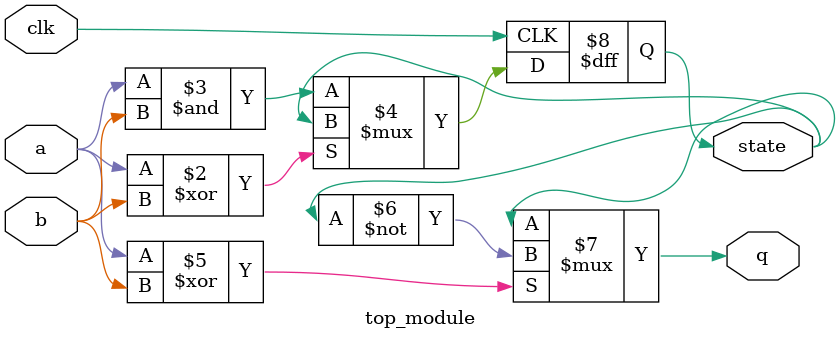
<source format=v>
module top_module (
    input clk,
    input a,
    input b,
    output q,
    output state  );
    
    always @(posedge clk)
        state <= a ^ b ? state : a & b;
    
    assign q = a ^ b ? ~state : state;

endmodule

</source>
